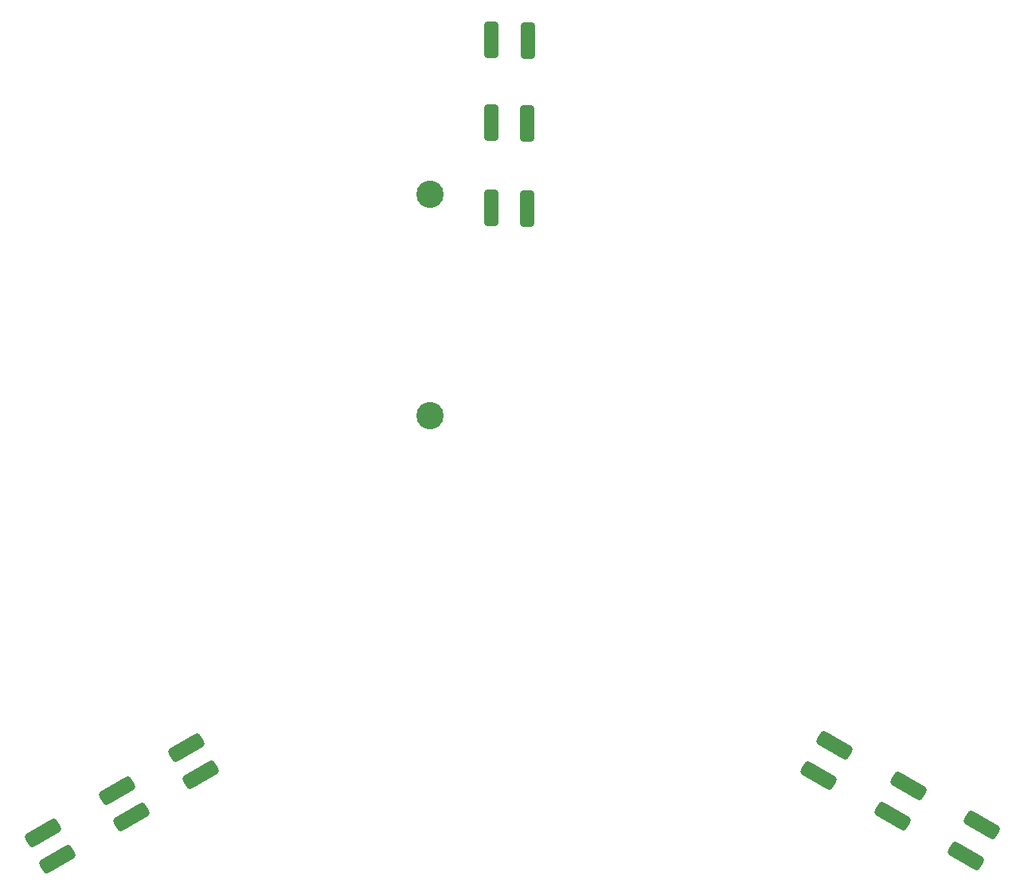
<source format=gbr>
%TF.GenerationSoftware,KiCad,Pcbnew,7.0.8*%
%TF.CreationDate,2024-08-08T21:58:03+02:00*%
%TF.ProjectId,Fidget_Spinner,46696467-6574-45f5-9370-696e6e65722e,rev?*%
%TF.SameCoordinates,Original*%
%TF.FileFunction,Soldermask,Top*%
%TF.FilePolarity,Negative*%
%FSLAX46Y46*%
G04 Gerber Fmt 4.6, Leading zero omitted, Abs format (unit mm)*
G04 Created by KiCad (PCBNEW 7.0.8) date 2024-08-08 21:58:03*
%MOMM*%
%LPD*%
G01*
G04 APERTURE LIST*
G04 Aperture macros list*
%AMRoundRect*
0 Rectangle with rounded corners*
0 $1 Rounding radius*
0 $2 $3 $4 $5 $6 $7 $8 $9 X,Y pos of 4 corners*
0 Add a 4 corners polygon primitive as box body*
4,1,4,$2,$3,$4,$5,$6,$7,$8,$9,$2,$3,0*
0 Add four circle primitives for the rounded corners*
1,1,$1+$1,$2,$3*
1,1,$1+$1,$4,$5*
1,1,$1+$1,$6,$7*
1,1,$1+$1,$8,$9*
0 Add four rect primitives between the rounded corners*
20,1,$1+$1,$2,$3,$4,$5,0*
20,1,$1+$1,$4,$5,$6,$7,0*
20,1,$1+$1,$6,$7,$8,$9,0*
20,1,$1+$1,$8,$9,$2,$3,0*%
G04 Aperture macros list end*
%ADD10RoundRect,0.414285X0.385715X1.535715X-0.385715X1.535715X-0.385715X-1.535715X0.385715X-1.535715X0*%
%ADD11RoundRect,0.414285X-0.385715X-1.535715X0.385715X-1.535715X0.385715X1.535715X-0.385715X1.535715X0*%
%ADD12RoundRect,0.414285X-1.137111X1.101896X-1.522826X0.433819X1.137111X-1.101896X1.522826X-0.433819X0*%
%ADD13RoundRect,0.414285X-1.522826X-0.433819X-1.137111X-1.101896X1.522826X0.433819X1.137111X1.101896X0*%
%ADD14C,2.900000*%
%ADD15RoundRect,0.414285X1.137111X-1.101896X1.522826X-0.433819X-1.137111X1.101896X-1.522826X0.433819X0*%
%ADD16RoundRect,0.414285X1.522826X0.433819X1.137111X1.101896X-1.522826X-0.433819X-1.137111X-1.101896X0*%
G04 APERTURE END LIST*
D10*
%TO.C,D2*%
X66500000Y-54550000D03*
X62650000Y-54450000D03*
%TD*%
D11*
%TO.C,D3*%
X62630000Y-63500000D03*
X66480000Y-63600000D03*
%TD*%
D12*
%TO.C,D5*%
X105290000Y-128190000D03*
X106990000Y-124940000D03*
%TD*%
D13*
%TO.C,D9*%
X30210000Y-120950000D03*
X31760000Y-123750000D03*
%TD*%
D14*
%TO.C,S2*%
X56150000Y-62080000D03*
X56100000Y-85630000D03*
%TD*%
D15*
%TO.C,D4*%
X99180000Y-120620000D03*
X97480000Y-123870000D03*
%TD*%
D11*
%TO.C,D1*%
X62660000Y-45630000D03*
X66510000Y-45730000D03*
%TD*%
D13*
%TO.C,D7*%
X14940000Y-129990000D03*
X16490000Y-132790000D03*
%TD*%
D15*
%TO.C,D6*%
X114790000Y-129160000D03*
X113090000Y-132410000D03*
%TD*%
D16*
%TO.C,D8*%
X24420000Y-128270000D03*
X22870000Y-125470000D03*
%TD*%
M02*

</source>
